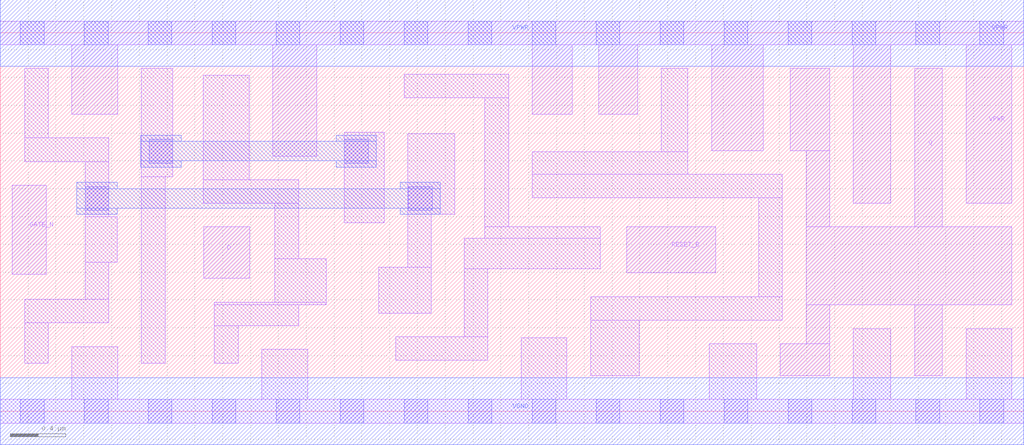
<source format=lef>
# Copyright 2020 The SkyWater PDK Authors
#
# Licensed under the Apache License, Version 2.0 (the "License");
# you may not use this file except in compliance with the License.
# You may obtain a copy of the License at
#
#     https://www.apache.org/licenses/LICENSE-2.0
#
# Unless required by applicable law or agreed to in writing, software
# distributed under the License is distributed on an "AS IS" BASIS,
# WITHOUT WARRANTIES OR CONDITIONS OF ANY KIND, either express or implied.
# See the License for the specific language governing permissions and
# limitations under the License.
#
# SPDX-License-Identifier: Apache-2.0

VERSION 5.7 ;
  NOWIREEXTENSIONATPIN ON ;
  DIVIDERCHAR "/" ;
  BUSBITCHARS "[]" ;
UNITS
  DATABASE MICRONS 200 ;
END UNITS
MACRO sky130_fd_sc_hd__dlrtn_4
  CLASS CORE ;
  FOREIGN sky130_fd_sc_hd__dlrtn_4 ;
  ORIGIN  0.000000  0.000000 ;
  SIZE  7.360000 BY  2.720000 ;
  SYMMETRY X Y R90 ;
  SITE unithd ;
  PIN D
    ANTENNAGATEAREA  0.159000 ;
    DIRECTION INPUT ;
    USE SIGNAL ;
    PORT
      LAYER li1 ;
        RECT 1.465000 0.955000 1.795000 1.325000 ;
    END
  END D
  PIN Q
    ANTENNADIFFAREA  1.014750 ;
    DIRECTION OUTPUT ;
    USE SIGNAL ;
    PORT
      LAYER li1 ;
        RECT 5.610000 0.255000 5.965000 0.485000 ;
        RECT 5.680000 1.875000 5.965000 2.465000 ;
        RECT 5.795000 0.485000 5.965000 0.765000 ;
        RECT 5.795000 0.765000 7.275000 1.325000 ;
        RECT 5.795000 1.325000 5.965000 1.875000 ;
        RECT 6.575000 0.255000 6.775000 0.765000 ;
        RECT 6.575000 1.325000 6.775000 2.465000 ;
    END
  END Q
  PIN RESET_B
    ANTENNAGATEAREA  0.247500 ;
    DIRECTION INPUT ;
    USE SIGNAL ;
    PORT
      LAYER li1 ;
        RECT 4.505000 0.995000 5.145000 1.325000 ;
    END
  END RESET_B
  PIN GATE_N
    ANTENNAGATEAREA  0.159000 ;
    DIRECTION INPUT ;
    USE CLOCK ;
    PORT
      LAYER li1 ;
        RECT 0.085000 0.985000 0.330000 1.625000 ;
    END
  END GATE_N
  PIN VGND
    DIRECTION INOUT ;
    SHAPE ABUTMENT ;
    USE GROUND ;
    PORT
      LAYER met1 ;
        RECT 0.000000 -0.240000 7.360000 0.240000 ;
    END
  END VGND
  PIN VPWR
    DIRECTION INOUT ;
    SHAPE ABUTMENT ;
    USE POWER ;
    PORT
      LAYER li1 ;
        RECT 0.000000 2.635000 7.360000 2.805000 ;
        RECT 0.515000 2.135000 0.845000 2.635000 ;
        RECT 1.960000 1.835000 2.275000 2.635000 ;
        RECT 3.825000 2.135000 4.115000 2.635000 ;
        RECT 4.305000 2.135000 4.585000 2.635000 ;
        RECT 5.115000 1.875000 5.485000 2.635000 ;
        RECT 6.135000 1.495000 6.405000 2.635000 ;
        RECT 6.945000 1.495000 7.275000 2.635000 ;
      LAYER mcon ;
        RECT 0.145000 2.635000 0.315000 2.805000 ;
        RECT 0.605000 2.635000 0.775000 2.805000 ;
        RECT 1.065000 2.635000 1.235000 2.805000 ;
        RECT 1.525000 2.635000 1.695000 2.805000 ;
        RECT 1.985000 2.635000 2.155000 2.805000 ;
        RECT 2.445000 2.635000 2.615000 2.805000 ;
        RECT 2.905000 2.635000 3.075000 2.805000 ;
        RECT 3.365000 2.635000 3.535000 2.805000 ;
        RECT 3.825000 2.635000 3.995000 2.805000 ;
        RECT 4.285000 2.635000 4.455000 2.805000 ;
        RECT 4.745000 2.635000 4.915000 2.805000 ;
        RECT 5.205000 2.635000 5.375000 2.805000 ;
        RECT 5.665000 2.635000 5.835000 2.805000 ;
        RECT 6.125000 2.635000 6.295000 2.805000 ;
        RECT 6.585000 2.635000 6.755000 2.805000 ;
        RECT 7.045000 2.635000 7.215000 2.805000 ;
    END
    PORT
      LAYER met1 ;
        RECT 0.000000 2.480000 7.360000 2.960000 ;
    END
  END VPWR
  OBS
    LAYER li1 ;
      RECT 0.000000 -0.085000 7.360000 0.085000 ;
      RECT 0.175000  0.345000 0.345000 0.635000 ;
      RECT 0.175000  0.635000 0.780000 0.805000 ;
      RECT 0.175000  1.795000 0.780000 1.965000 ;
      RECT 0.175000  1.965000 0.345000 2.465000 ;
      RECT 0.515000  0.085000 0.845000 0.465000 ;
      RECT 0.610000  0.805000 0.780000 1.070000 ;
      RECT 0.610000  1.070000 0.840000 1.400000 ;
      RECT 0.610000  1.400000 0.780000 1.795000 ;
      RECT 1.015000  0.345000 1.185000 1.685000 ;
      RECT 1.015000  1.685000 1.240000 2.465000 ;
      RECT 1.460000  1.495000 2.145000 1.665000 ;
      RECT 1.460000  1.665000 1.790000 2.415000 ;
      RECT 1.540000  0.345000 1.710000 0.615000 ;
      RECT 1.540000  0.615000 2.145000 0.765000 ;
      RECT 1.540000  0.765000 2.345000 0.785000 ;
      RECT 1.880000  0.085000 2.210000 0.445000 ;
      RECT 1.975000  0.785000 2.345000 1.095000 ;
      RECT 1.975000  1.095000 2.145000 1.495000 ;
      RECT 2.475000  1.355000 2.760000 2.005000 ;
      RECT 2.720000  0.705000 3.100000 1.035000 ;
      RECT 2.845000  0.365000 3.505000 0.535000 ;
      RECT 2.905000  2.255000 3.655000 2.425000 ;
      RECT 2.930000  1.035000 3.100000 1.415000 ;
      RECT 2.930000  1.415000 3.270000 1.995000 ;
      RECT 3.335000  0.535000 3.505000 1.025000 ;
      RECT 3.335000  1.025000 4.315000 1.245000 ;
      RECT 3.485000  1.245000 4.315000 1.325000 ;
      RECT 3.485000  1.325000 3.655000 2.255000 ;
      RECT 3.745000  0.085000 4.075000 0.530000 ;
      RECT 3.825000  1.535000 5.625000 1.705000 ;
      RECT 3.825000  1.705000 4.945000 1.865000 ;
      RECT 4.245000  0.255000 4.595000 0.655000 ;
      RECT 4.245000  0.655000 5.625000 0.825000 ;
      RECT 4.755000  1.865000 4.945000 2.465000 ;
      RECT 5.100000  0.085000 5.440000 0.485000 ;
      RECT 5.455000  0.825000 5.625000 1.535000 ;
      RECT 6.135000  0.085000 6.405000 0.595000 ;
      RECT 6.945000  0.085000 7.275000 0.595000 ;
    LAYER mcon ;
      RECT 0.145000 -0.085000 0.315000 0.085000 ;
      RECT 0.605000 -0.085000 0.775000 0.085000 ;
      RECT 0.610000  1.445000 0.780000 1.615000 ;
      RECT 1.065000 -0.085000 1.235000 0.085000 ;
      RECT 1.070000  1.785000 1.240000 1.955000 ;
      RECT 1.525000 -0.085000 1.695000 0.085000 ;
      RECT 1.985000 -0.085000 2.155000 0.085000 ;
      RECT 2.445000 -0.085000 2.615000 0.085000 ;
      RECT 2.475000  1.785000 2.645000 1.955000 ;
      RECT 2.905000 -0.085000 3.075000 0.085000 ;
      RECT 2.935000  1.445000 3.105000 1.615000 ;
      RECT 3.365000 -0.085000 3.535000 0.085000 ;
      RECT 3.825000 -0.085000 3.995000 0.085000 ;
      RECT 4.285000 -0.085000 4.455000 0.085000 ;
      RECT 4.745000 -0.085000 4.915000 0.085000 ;
      RECT 5.205000 -0.085000 5.375000 0.085000 ;
      RECT 5.665000 -0.085000 5.835000 0.085000 ;
      RECT 6.125000 -0.085000 6.295000 0.085000 ;
      RECT 6.585000 -0.085000 6.755000 0.085000 ;
      RECT 7.045000 -0.085000 7.215000 0.085000 ;
    LAYER met1 ;
      RECT 0.550000 1.415000 0.840000 1.460000 ;
      RECT 0.550000 1.460000 3.165000 1.600000 ;
      RECT 0.550000 1.600000 0.840000 1.645000 ;
      RECT 1.010000 1.755000 1.300000 1.800000 ;
      RECT 1.010000 1.800000 2.705000 1.940000 ;
      RECT 1.010000 1.940000 1.300000 1.985000 ;
      RECT 2.415000 1.755000 2.705000 1.800000 ;
      RECT 2.415000 1.940000 2.705000 1.985000 ;
      RECT 2.875000 1.415000 3.165000 1.460000 ;
      RECT 2.875000 1.600000 3.165000 1.645000 ;
  END
END sky130_fd_sc_hd__dlrtn_4
END LIBRARY

</source>
